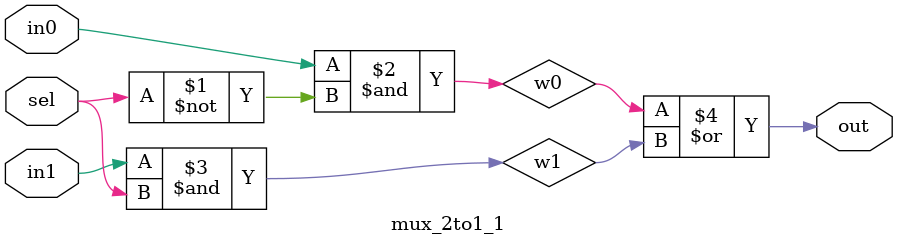
<source format=v>
`timescale 1us/100ns

module mux_2to1_1(in0, in1, sel, out);
	// I/O
	input wire in0, in1, sel;
	output wire out;

	// Intermediates
	wire w0, w1;
	
	// Intermediate logic
	assign w0 = in0 & ~sel;
	assign w1 = in1 & sel;

	// Output
	assign out = w0 | w1;
endmodule

</source>
